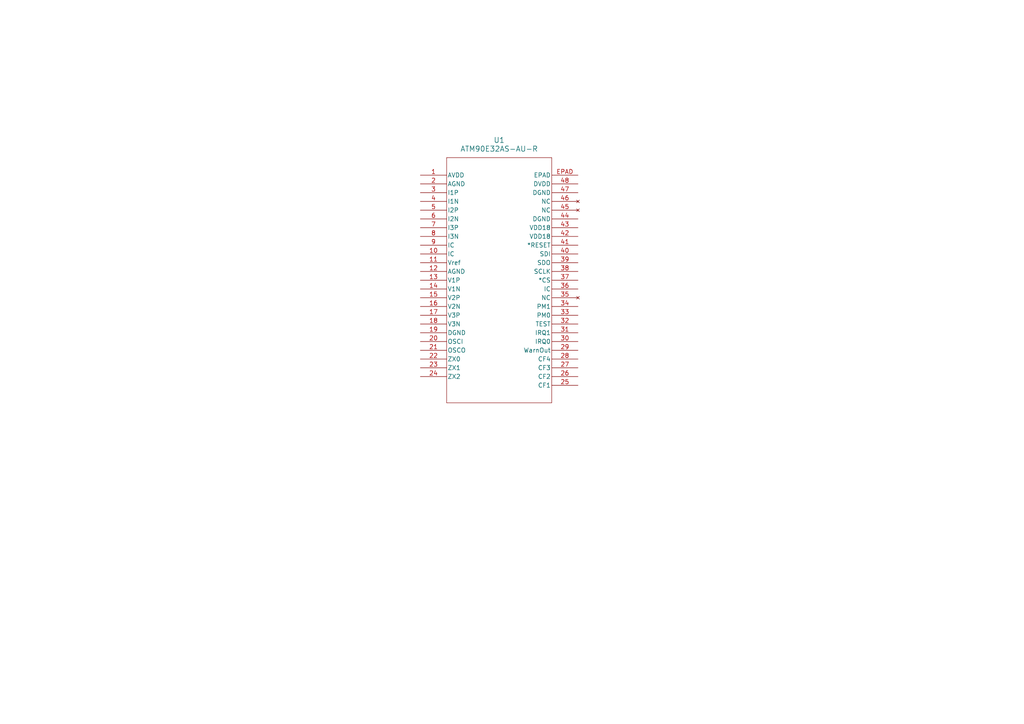
<source format=kicad_sch>
(kicad_sch (version 20231120) (generator "eeschema") (generator_version "8.0")
  (paper "A4")
  (lib_symbols
    (symbol "ATM90E32AS:ATM90E32AS-AU-R" (pin_names (offset 0.254))
      (property "Reference" "U" (at 22.86 10.16 0))
      (property "Value" "ATM90E32AS-AU-R" (at 22.86 7.62 0))
      (symbol "ATM90E32AS-AU-R_0_1"
        (polyline (pts (xy 7.62 -66.04) (xy 38.1 -66.04)) (stroke (width 0.127)))
        (polyline (pts (xy 7.62 5.08) (xy 7.62 -66.04)) (stroke (width 0.127)))
        (polyline (pts (xy 38.1 -66.04) (xy 38.1 5.08)) (stroke (width 0.127)))
        (polyline (pts (xy 38.1 5.08) (xy 7.62 5.08)) (stroke (width 0.127)))
        (pin power_in line (at 0 0 0) (length 7.62) (name "AVDD") (number "1"))
        (pin unspecified line (at 0 -22.86 0) (length 7.62) (name "IC") (number "10"))
        (pin power_in line (at 0 -25.4 0) (length 7.62) (name "Vref") (number "11"))
        (pin power_out line (at 0 -27.94 0) (length 7.62) (name "AGND") (number "12"))
        (pin bidirectional line (at 0 -30.48 0) (length 7.62) (name "V1P") (number "13"))
        (pin bidirectional line (at 0 -33.02 0) (length 7.62) (name "V1N") (number "14"))
        (pin bidirectional line (at 0 -35.56 0) (length 7.62) (name "V2P") (number "15"))
        (pin bidirectional line (at 0 -38.1 0) (length 7.62) (name "V2N") (number "16"))
        (pin bidirectional line (at 0 -40.64 0) (length 7.62) (name "V3P") (number "17"))
        (pin bidirectional line (at 0 -43.18 0) (length 7.62) (name "V3N") (number "18"))
        (pin power_out line (at 0 -45.72 0) (length 7.62) (name "DGND") (number "19"))
        (pin power_out line (at 0 -2.54 0) (length 7.62) (name "AGND") (number "2"))
        (pin unspecified line (at 0 -48.26 0) (length 7.62) (name "OSCI") (number "20"))
        (pin unspecified line (at 0 -50.8 0) (length 7.62) (name "OSCO") (number "21"))
        (pin bidirectional line (at 0 -53.34 0) (length 7.62) (name "ZX0") (number "22"))
        (pin bidirectional line (at 0 -55.88 0) (length 7.62) (name "ZX1") (number "23"))
        (pin unspecified line (at 0 -58.42 0) (length 7.62) (name "ZX2") (number "24"))
        (pin bidirectional line (at 45.72 -60.96 180) (length 7.62) (name "CF1") (number "25"))
        (pin bidirectional line (at 45.72 -58.42 180) (length 7.62) (name "CF2") (number "26"))
        (pin bidirectional line (at 45.72 -55.88 180) (length 7.62) (name "CF3") (number "27"))
        (pin bidirectional line (at 45.72 -53.34 180) (length 7.62) (name "CF4") (number "28"))
        (pin output line (at 45.72 -50.8 180) (length 7.62) (name "WarnOut") (number "29"))
        (pin bidirectional line (at 0 -5.08 0) (length 7.62) (name "I1P") (number "3"))
        (pin bidirectional line (at 45.72 -48.26 180) (length 7.62) (name "IRQ0") (number "30"))
        (pin bidirectional line (at 45.72 -45.72 180) (length 7.62) (name "IRQ1") (number "31"))
        (pin unspecified line (at 45.72 -43.18 180) (length 7.62) (name "TEST") (number "32"))
        (pin bidirectional line (at 45.72 -40.64 180) (length 7.62) (name "PM0") (number "33"))
        (pin bidirectional line (at 45.72 -38.1 180) (length 7.62) (name "PM1") (number "34"))
        (pin no_connect line (at 45.72 -35.56 180) (length 7.62) (name "NC") (number "35"))
        (pin unspecified line (at 45.72 -33.02 180) (length 7.62) (name "IC") (number "36"))
        (pin unspecified line (at 45.72 -30.48 180) (length 7.62) (name "*CS") (number "37"))
        (pin unspecified line (at 45.72 -27.94 180) (length 7.62) (name "SCLK") (number "38"))
        (pin unspecified line (at 45.72 -25.4 180) (length 7.62) (name "SDO") (number "39"))
        (pin bidirectional line (at 0 -7.62 0) (length 7.62) (name "I1N") (number "4"))
        (pin unspecified line (at 45.72 -22.86 180) (length 7.62) (name "SDI") (number "40"))
        (pin unspecified line (at 45.72 -20.32 180) (length 7.62) (name "*RESET") (number "41"))
        (pin power_in line (at 45.72 -17.78 180) (length 7.62) (name "VDD18") (number "42"))
        (pin power_in line (at 45.72 -15.24 180) (length 7.62) (name "VDD18") (number "43"))
        (pin power_out line (at 45.72 -12.7 180) (length 7.62) (name "DGND") (number "44"))
        (pin no_connect line (at 45.72 -10.16 180) (length 7.62) (name "NC") (number "45"))
        (pin no_connect line (at 45.72 -7.62 180) (length 7.62) (name "NC") (number "46"))
        (pin power_out line (at 45.72 -5.08 180) (length 7.62) (name "DGND") (number "47"))
        (pin power_in line (at 45.72 -2.54 180) (length 7.62) (name "DVDD") (number "48"))
        (pin bidirectional line (at 0 -10.16 0) (length 7.62) (name "I2P") (number "5"))
        (pin bidirectional line (at 0 -12.7 0) (length 7.62) (name "I2N") (number "6"))
        (pin bidirectional line (at 0 -15.24 0) (length 7.62) (name "I3P") (number "7"))
        (pin bidirectional line (at 0 -17.78 0) (length 7.62) (name "I3N") (number "8"))
        (pin unspecified line (at 0 -20.32 0) (length 7.62) (name "IC") (number "9"))
        (pin unspecified line (at 45.72 0 180) (length 7.62) (name "EPAD") (number "EPAD"))
      )
    )
  )
  (symbol (lib_id "ATM90E32AS:ATM90E32AS-AU-R") (at 121.92 50.8 0) (unit 1)
    (property "Reference" "U1" (at 144.78 40.64 0) (effects (font (size 1.524 1.524))))
    (property "Value" "ATM90E32AS-AU-R" (at 144.78 43.18 0) (effects (font (size 1.524 1.524))))
    (property "Footprint" "TQFP48_7x7MC_MCH" (effects (hide yes)))
    (property "Datasheet" "ATM90E32AS-AU-R" (effects (hide yes)))
  )
)
</source>
